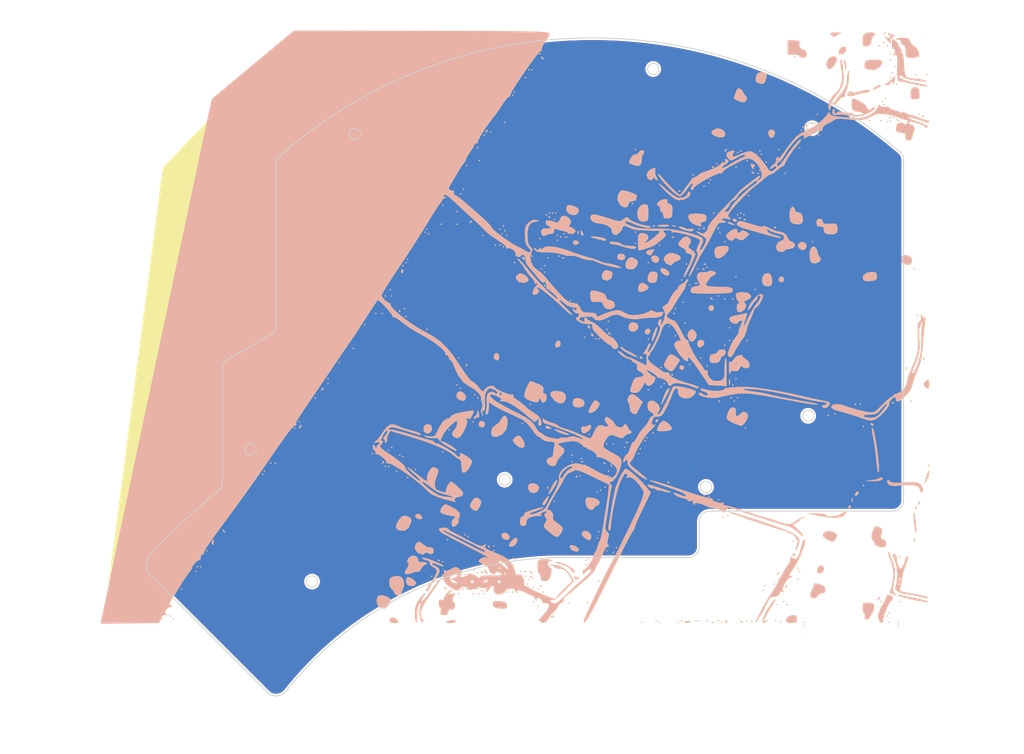
<source format=kicad_pcb>
(kicad_pcb (version 20240108) (generator "pcbnew") (generator_version "8.0")
  (layers (0 "F.Cu" signal) (31 "B.Cu" signal) (34 "B.Paste" user) (35 "F.Paste" user) (36 "B.SilkS" user "B.Silkscreen") (37 "F.SilkS" user "F.Silkscreen") (38 "B.Mask" user) (39 "F.Mask" user) (44 "Edge.Cuts" user))
  (net 0 "")
  (footprint "Keyboard_Components:Blokhus" (layer "F.Cu") (at 136.233611 139.611155)
    (property "Reference" "G***" (hide yes))
    (property "Value" "LOGO" (hide yes))
  )
  (footprint "Keyboard_Components:Crab" (layer "F.Cu") (at 89.394761 157.469277)
    (property "Reference" "G***" (hide yes))
    (property "Value" "Crab")
  )
  (footprint "Keyboard_Components:Blokhus" (layer "F.Cu") (at 136.193611 139.591155)
    (property "Reference" "G***" (hide yes))
    (property "Value" "LOGO" (hide yes))
  )
  (footprint "Keyboard_Components:Crab" (layer "B.Cu") (at 88.57 157.51 180)
    (property "Reference" "G***" (hide yes))
    (property "Value" "Crab")
  )
  (gr_arc (start 90.320513 90.39574) (mid 90.125218 91.096811) (end 89.595586 91.595941) (stroke (width 0.2)) (layer "Edge.Cuts"))
  (gr_line (start 90.320513 54.19574) (end 90.320513 90.39574) (stroke (width 0.2)) (layer "Edge.Cuts"))
  (gr_line (start 89.595586 91.595941) (end 79.233043 97.65828) (stroke (width 0.2)) (layer "Edge.Cuts"))
  (gr_arc (start 78.439263 124.64574) (mid 78.258042 125.557006) (end 77.741956 126.3296) (stroke (width 0.2)) (layer "Edge.Cuts"))
  (gr_arc (start 92.726763 170.68324) (mid 120.288689 148.843247) (end 154.639265 141.314435) (stroke (width 0.2)) (layer "Edge.Cuts"))
  (gr_line (start 226.076763 130.99574) (end 226.870513 130.99599) (stroke (width 0.2)) (layer "Edge.Cuts"))
  (gr_arc (start 62.564235 140.520678) (mid 69.92767 133.18404) (end 77.741956 126.3296) (stroke (width 0.2)) (layer "Edge.Cuts"))
  (gr_arc (start 184.008013 133.37698) (mid 184.705365 131.692938) (end 186.389263 130.99524) (stroke (width 0.2)) (layer "Edge.Cuts"))
  (gr_circle (center 140.945513 124.04574) (end 142.195513 124.04574) (stroke (width 0.2)) (fill none) (layer "Edge.Cuts"))
  (gr_circle (center 185.495513 125.64574) (end 186.745513 125.64574) (stroke (width 0.2)) (fill none) (layer "Edge.Cuts"))
  (gr_arc (start 92.726763 170.68324) (mid 90.906779 171.90207) (end 88.758013 171.47699) (stroke (width 0.2)) (layer "Edge.Cuts"))
  (gr_arc (start 78.439263 99.24574) (mid 78.648768 98.358312) (end 79.233043 97.65828) (stroke (width 0.2)) (layer "Edge.Cuts"))
  (gr_line (start 229.251763 128.61449) (end 229.252112 53.20824) (stroke (width 0.2)) (layer "Edge.Cuts"))
  (gr_circle (center 209.020513 46.17074) (end 210.270513 46.17074) (stroke (width 0.2)) (fill none) (layer "Edge.Cuts"))
  (gr_arc (start 228.554302 51.524439) (mid 229.070659 52.296943) (end 229.252112 53.20824) (stroke (width 0.2)) (layer "Edge.Cuts"))
  (gr_circle (center 107.770513 47.49574) (end 109.020513 47.49574) (stroke (width 0.2)) (fill none) (layer "Edge.Cuts"))
  (gr_arc (start 91.011735 52.448178) (mid 159.6096 26.164712) (end 228.554302 51.524439) (stroke (width 0.2)) (layer "Edge.Cuts"))
  (gr_circle (center 84.695513 117.34574) (end 85.945513 117.34574) (stroke (width 0.2)) (fill none) (layer "Edge.Cuts"))
  (gr_circle (center 173.820513 33.07074) (end 175.070513 33.07074) (stroke (width 0.2)) (fill none) (layer "Edge.Cuts"))
  (gr_arc (start 229.251763 128.61449) (mid 228.554399 130.29845) (end 226.870513 130.99599) (stroke (width 0.2)) (layer "Edge.Cuts"))
  (gr_arc (start 90.320513 54.19574) (mid 90.484599 53.250179) (end 91.01184 52.448289) (stroke (width 0.2)) (layer "Edge.Cuts"))
  (gr_arc (start 62.564268 145.283235) (mid 61.577889 142.901963) (end 62.564235 140.520678) (stroke (width 0.2)) (layer "Edge.Cuts"))
  (gr_line (start 78.439263 99.24574) (end 78.439263 124.64574) (stroke (width 0.2)) (layer "Edge.Cuts"))
  (gr_circle (center 208.120513 109.89574) (end 209.370513 109.89574) (stroke (width 0.2)) (fill none) (layer "Edge.Cuts"))
  (gr_circle (center 98.295513 146.62074) (end 99.545513 146.62074) (stroke (width 0.2)) (fill none) (layer "Edge.Cuts"))
  (gr_line (start 62.564268 145.283235) (end 88.758013 171.47699) (stroke (width 0.2)) (layer "Edge.Cuts"))
  (gr_line (start 154.639264 141.31449) (end 181.626763 141.31424) (stroke (width 0.2)) (layer "Edge.Cuts"))
  (gr_arc (start 184.008013 138.93324) (mid 183.310399 140.616803) (end 181.626763 141.31424) (stroke (width 0.2)) (layer "Edge.Cuts"))
  (gr_line (start 186.389263 130.99524) (end 226.076763 130.99574) (stroke (width 0.2)) (layer "Edge.Cuts"))
  (gr_line (start 184.008013 138.93324) (end 184.008013 133.37698) (stroke (width 0.2)) (layer "Edge.Cuts"))
  (zone (net 0) (net_name "") (layers "F&B.Cu") (connect_pads (clearance 0.508)) (min_thickness 0.254) (fill yes (thermal_gap 0.508) (thermal_bridge_width 0.508))
    (polygon (pts (xy 245.745 27.305) (xy 255.905 149.225) (xy 134.62 184.785) (xy 40.64 173.355) (xy 29.21 67.945) (xy 122.555 17.78)))
  )
)
</source>
